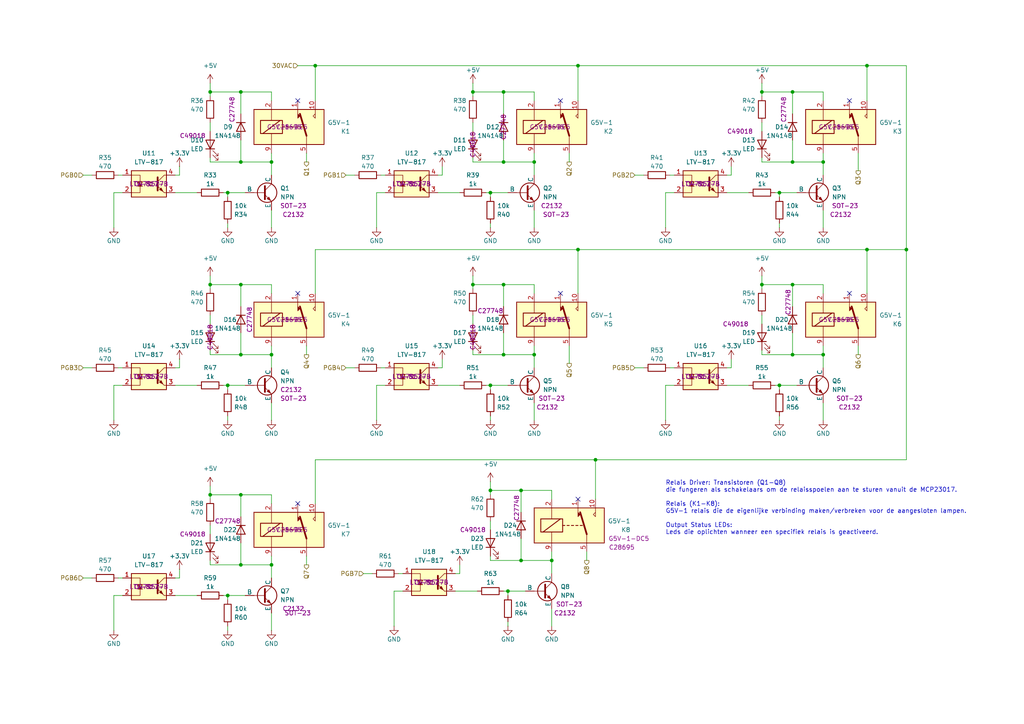
<source format=kicad_sch>
(kicad_sch (version 20250114) (generator "eeschema") (generator_version "9.0")
  (paper "A4")
  (lib_symbols
    (symbol "Device:LED" (pin_numbers (hide yes)) (pin_names (offset 1.016) (hide yes))
      (property "Reference" "D" (at 0 2.54 0))
      (property "Value" "LED" (at 0 -2.54 0))
      (symbol "LED_1_1"
        (pin passive line (at -3.81 0 0) (length 2.54) (name "K") (number "1"))
        (pin passive line (at 3.81 0 180) (length 2.54) (name "A") (number "2"))
      )
    )
    (symbol "Device:R" (pin_numbers (hide yes)) (pin_names (offset 0))
      (property "Reference" "R" (at 2.032 0 90))
      (property "Value" "R" (at 0 0 90))
      (symbol "R_1_1"
        (pin passive line (at 0 3.81 270) (length 1.27) (name "~") (number "1"))
        (pin passive line (at 0 -3.81 90) (length 1.27) (name "~") (number "2"))
      )
    )
    (symbol "Diode:1N4148WT" (pin_numbers (hide yes)) (pin_names (hide yes))
      (property "Reference" "D" (at 0 2.54 0))
      (property "Value" "1N4148WT" (at 0 -2.54 0))
      (symbol "1N4148WT_1_1"
        (pin passive line (at -3.81 0 0) (length 2.54) (name "K") (number "1"))
        (pin passive line (at 3.81 0 180) (length 2.54) (name "A") (number "2"))
      )
    )
    (symbol "Isolator:LTV-817" (pin_names (offset 1.016))
      (property "Reference" "U" (at -5.08 5.08 0))
      (property "Value" "LTV-817" (at 0 5.08 0))
      (symbol "LTV-817_1_1"
        (pin passive line (at -7.62 2.54 0) (length 2.54) (name "~") (number "1"))
        (pin passive line (at -7.62 -2.54 0) (length 2.54) (name "~") (number "2"))
        (pin passive line (at 7.62 2.54 180) (length 2.54) (name "~") (number "4"))
        (pin passive line (at 7.62 -2.54 180) (length 2.54) (name "~") (number "3"))
      )
    )
    (symbol "NPN_1" (pin_numbers (hide yes)) (pin_names (offset 0))
      (property "Reference" "Q1" (at 5.08 1.2701 0))
      (property "Value" "NPN" (at 5.08 -1.2699 0))
      (property "JLCPCB" "C2132" (at 8.89 -6.35 0))
      (property "MPN" "SOT-23" (at 8.89 -3.81 0))
      (symbol "NPN_1_1_1"
        (pin input line (at -5.08 0 0) (length 2.54) (name "B") (number "1"))
        (pin open_collector line (at 2.54 5.08 270) (length 2.54) (name "C") (number "3"))
        (pin open_emitter line (at 2.54 -5.08 90) (length 2.54) (name "E") (number "2"))
      )
    )
    (symbol "NPN_2" (pin_numbers (hide yes)) (pin_names (offset 0))
      (property "Reference" "Q2" (at 5.08 1.2701 0))
      (property "Value" "NPN" (at 5.08 -1.2699 0))
      (property "JLCPCB" "C2132" (at 7.62 -3.81 0))
      (property "MPN" "SOT-23" (at 8.89 -6.35 0))
      (symbol "NPN_2_1_1"
        (pin input line (at -5.08 0 0) (length 2.54) (name "B") (number "1"))
        (pin open_collector line (at 2.54 5.08 270) (length 2.54) (name "C") (number "3"))
        (pin open_emitter line (at 2.54 -5.08 90) (length 2.54) (name "E") (number "2"))
      )
    )
    (symbol "NPN_3" (pin_numbers (hide yes)) (pin_names (offset 0))
      (property "Reference" "Q3" (at 5.08 1.2701 0))
      (property "Value" "NPN" (at 5.08 -1.2699 0))
      (property "JLCPCB" "C2132" (at 7.62 -6.35 0))
      (property "MPN" "SOT-23" (at 8.89 -3.81 0))
      (symbol "NPN_3_1_1"
        (pin input line (at -5.08 0 0) (length 2.54) (name "B") (number "1"))
        (pin open_collector line (at 2.54 5.08 270) (length 2.54) (name "C") (number "3"))
        (pin open_emitter line (at 2.54 -5.08 90) (length 2.54) (name "E") (number "2"))
      )
    )
    (symbol "NPN_4" (pin_numbers (hide yes)) (pin_names (offset 0))
      (property "Reference" "Q4" (at 5.08 3.8101 0))
      (property "Value" "NPN" (at 5.08 1.2701 0))
      (property "JLCPCB" "C2132" (at 5.08 -1.2699 0))
      (property "MPN" "SOT-23" (at 5.08 -3.8099 0))
      (symbol "NPN_4_1_1"
        (pin input line (at -5.08 0 0) (length 2.54) (name "B") (number "1"))
        (pin open_collector line (at 2.54 5.08 270) (length 2.54) (name "C") (number "3"))
        (pin open_emitter line (at 2.54 -5.08 90) (length 2.54) (name "E") (number "2"))
      )
    )
    (symbol "NPN_5" (pin_numbers (hide yes)) (pin_names (offset 0))
      (property "Reference" "Q5" (at 5.08 1.2701 0))
      (property "Value" "NPN" (at 5.08 -1.2699 0))
      (property "JLCPCB" "C2132" (at 6.35 -6.35 0))
      (property "MPN" "SOT-23" (at 7.62 -3.81 0))
      (symbol "NPN_5_1_1"
        (pin input line (at -5.08 0 0) (length 2.54) (name "B") (number "1"))
        (pin open_collector line (at 2.54 5.08 270) (length 2.54) (name "C") (number "3"))
        (pin open_emitter line (at 2.54 -5.08 90) (length 2.54) (name "E") (number "2"))
      )
    )
    (symbol "NPN_6" (pin_numbers (hide yes)) (pin_names (offset 0))
      (property "Reference" "Q6" (at 5.08 1.2701 0))
      (property "Value" "NPN" (at 5.08 -1.2699 0))
      (property "JLCPCB" "C2132" (at 10.16 -6.35 0))
      (property "MPN" "SOT-23" (at 10.16 -3.81 0))
      (symbol "NPN_6_1_1"
        (pin input line (at -5.08 0 0) (length 2.54) (name "B") (number "1"))
        (pin open_collector line (at 2.54 5.08 270) (length 2.54) (name "C") (number "3"))
        (pin open_emitter line (at 2.54 -5.08 90) (length 2.54) (name "E") (number "2"))
      )
    )
    (symbol "NPN_7" (pin_numbers (hide yes)) (pin_names (offset 0))
      (property "Reference" "Q7" (at 5.08 1.2701 0))
      (property "Value" "NPN" (at 5.08 -1.2699 0))
      (property "JLCPCB" "C2132" (at 8.89 -3.81 0))
      (property "MPN" "SOT-23" (at 10.16 -5.08 0))
      (symbol "NPN_7_1_1"
        (pin input line (at -5.08 0 0) (length 2.54) (name "B") (number "1"))
        (pin open_collector line (at 2.54 5.08 270) (length 2.54) (name "C") (number "3"))
        (pin open_emitter line (at 2.54 -5.08 90) (length 2.54) (name "E") (number "2"))
      )
    )
    (symbol "Relay:G5V-1"
      (property "Reference" "K" (at 11.43 3.81 0))
      (property "Value" "G5V-1" (at 11.43 1.27 0))
      (symbol "G5V-1_1_1"
        (pin passive line (at -5.08 7.62 270) (length 2.54) (name "~") (number "2"))
        (pin passive line (at -5.08 -7.62 90) (length 2.54) (name "~") (number "9"))
        (pin passive line (at 2.54 7.62 270) (length 2.54) (name "~") (number "1"))
        (pin passive line (at 5.08 -7.62 90) (length 2.54) (name "~") (number "5"))
        (pin passive line (at 5.08 -7.62 90) (length 2.54) (hide yes) (name "~") (number "6"))
        (pin passive line (at 7.62 7.62 270) (length 2.54) (name "~") (number "10"))
      )
    )
    (symbol "Simulation_SPICE:NPN" (pin_numbers (hide yes)) (pin_names (offset 0))
      (property "Reference" "Q8" (at 5.08 1.2701 0))
      (property "Value" "NPN" (at 5.08 -1.2699 0))
      (property "JLCPCB" "C2132" (at 6.35 -6.35 0))
      (property "MPN" "SOT-23" (at 7.62 -3.81 0))
      (symbol "NPN_1_1"
        (pin input line (at -5.08 0 0) (length 2.54) (name "B") (number "1"))
        (pin open_collector line (at 2.54 5.08 270) (length 2.54) (name "C") (number "3"))
        (pin open_emitter line (at 2.54 -5.08 90) (length 2.54) (name "E") (number "2"))
      )
    )
    (symbol "power:+3.3V" (power) (pin_numbers (hide yes)) (pin_names (offset 0) (hide yes))
      (property "Value" "+3.3V" (at 0 3.556 0))
      (symbol "+3.3V_1_1"
        (pin power_in line (at 0 0 90) (length 0) (name "~") (number "1"))
      )
    )
    (symbol "power:+5V" (power) (pin_numbers (hide yes)) (pin_names (offset 0) (hide yes))
      (property "Value" "+5V" (at 0 3.556 0))
      (symbol "+5V_1_1"
        (pin power_in line (at 0 0 90) (length 0) (name "~") (number "1"))
      )
    )
    (symbol "power:GND" (power) (pin_numbers (hide yes)) (pin_names (offset 0) (hide yes))
      (property "Value" "GND" (at 0 -3.81 0))
      (symbol "GND_1_1"
        (pin power_in line (at 0 0 270) (length 0) (name "~") (number "1"))
      )
    )
  )
  (text "Relais Driver: Transistoren (Q1-Q8) \ndie fungeren als schakelaars om de relaisspoelen aan te sturen vanuit de MCP23017.\n\nRelais (K1-K8): \nG5V-1 relais die de eigenlijke verbinding maken/verbreken voor de aangesloten lampen.\n\nOutput Status LEDs: \nLeds die oplichten wanneer een specifiek relais is geactiveerd." (at 193.04 147.32 0) (effects (font (size 1.27 1.27)) (justify left)))
  (junction (at 172.72 133.35))
  (junction (at 167.64 19.05))
  (junction (at 78.74 102.87))
  (junction (at 151.13 162.56))
  (junction (at 160.02 162.56))
  (junction (at 238.76 102.87))
  (junction (at 147.32 171.45))
  (junction (at 146.05 26.67))
  (junction (at 220.98 26.67))
  (junction (at 142.24 111.76))
  (junction (at 60.96 26.67))
  (junction (at 137.16 26.67))
  (junction (at 220.98 82.55))
  (junction (at 146.05 102.87))
  (junction (at 69.85 26.67))
  (junction (at 226.06 111.76))
  (junction (at 69.85 163.83))
  (junction (at 251.46 72.39))
  (junction (at 238.76 46.99))
  (junction (at 146.05 46.99))
  (junction (at 137.16 82.55))
  (junction (at 60.96 143.51))
  (junction (at 229.87 26.67))
  (junction (at 142.24 142.24))
  (junction (at 154.94 102.87))
  (junction (at 229.87 82.55))
  (junction (at 229.87 102.87))
  (junction (at 69.85 46.99))
  (junction (at 251.46 19.05))
  (junction (at 60.96 82.55))
  (junction (at 154.94 46.99))
  (junction (at 91.44 19.05))
  (junction (at 78.74 163.83))
  (junction (at 69.85 102.87))
  (junction (at 151.13 142.24))
  (junction (at 69.85 82.55))
  (junction (at 66.04 111.76))
  (junction (at 262.89 72.39))
  (junction (at 69.85 143.51))
  (junction (at 167.64 72.39))
  (junction (at 66.04 172.72))
  (junction (at 226.06 55.88))
  (junction (at 66.04 55.88))
  (junction (at 78.74 46.99))
  (junction (at 229.87 46.99))
  (junction (at 146.05 82.55))
  (junction (at 142.24 55.88))
  (no_connect (at 246.38 29.21))
  (no_connect (at 167.64 144.78))
  (no_connect (at 86.36 146.05))
  (no_connect (at 162.56 29.21))
  (no_connect (at 86.36 29.21))
  (no_connect (at 86.36 85.09))
  (no_connect (at 246.38 85.09))
  (no_connect (at 162.56 85.09))
  (wire (pts (xy 33.02 172.72) (xy 33.02 182.88)))
  (wire (pts (xy 64.77 172.72) (xy 66.04 172.72)))
  (wire (pts (xy 24.13 167.64) (xy 26.67 167.64)))
  (wire (pts (xy 142.24 111.76) (xy 147.32 111.76)))
  (wire (pts (xy 109.22 55.88) (xy 111.76 55.88)))
  (wire (pts (xy 142.24 153.67) (xy 142.24 151.13)))
  (wire (pts (xy 128.27 104.14) (xy 128.27 106.68)))
  (wire (pts (xy 140.97 55.88) (xy 142.24 55.88)))
  (wire (pts (xy 137.16 102.87) (xy 146.05 102.87)))
  (wire (pts (xy 69.85 102.87) (xy 69.85 96.52)))
  (wire (pts (xy 52.07 106.68) (xy 50.8 106.68)))
  (wire (pts (xy 127 55.88) (xy 133.35 55.88)))
  (wire (pts (xy 238.76 100.33) (xy 238.76 102.87)))
  (wire (pts (xy 60.96 24.13) (xy 60.96 26.67)))
  (wire (pts (xy 142.24 139.7) (xy 142.24 142.24)))
  (wire (pts (xy 110.49 50.8) (xy 111.76 50.8)))
  (wire (pts (xy 69.85 46.99) (xy 69.85 40.64)))
  (wire (pts (xy 193.04 55.88) (xy 193.04 66.04)))
  (wire (pts (xy 238.76 46.99) (xy 238.76 50.8)))
  (wire (pts (xy 146.05 82.55) (xy 154.94 82.55)))
  (wire (pts (xy 194.31 106.68) (xy 195.58 106.68)))
  (wire (pts (xy 226.06 64.77) (xy 226.06 66.04)))
  (wire (pts (xy 69.85 82.55) (xy 78.74 82.55)))
  (wire (pts (xy 229.87 26.67) (xy 238.76 26.67)))
  (wire (pts (xy 194.31 50.8) (xy 195.58 50.8)))
  (wire (pts (xy 69.85 26.67) (xy 69.85 33.02)))
  (wire (pts (xy 109.22 111.76) (xy 109.22 121.92)))
  (wire (pts (xy 60.96 26.67) (xy 69.85 26.67)))
  (wire (pts (xy 154.94 116.84) (xy 154.94 121.92)))
  (wire (pts (xy 226.06 111.76) (xy 231.14 111.76)))
  (wire (pts (xy 146.05 102.87) (xy 146.05 96.52)))
  (wire (pts (xy 60.96 163.83) (xy 69.85 163.83)))
  (wire (pts (xy 160.02 176.53) (xy 160.02 181.61)))
  (wire (pts (xy 78.74 161.29) (xy 78.74 163.83)))
  (wire (pts (xy 220.98 46.99) (xy 229.87 46.99)))
  (wire (pts (xy 165.1 44.45) (xy 165.1 46.99)))
  (wire (pts (xy 24.13 50.8) (xy 26.67 50.8)))
  (wire (pts (xy 91.44 133.35) (xy 91.44 146.05)))
  (wire (pts (xy 224.79 55.88) (xy 226.06 55.88)))
  (wire (pts (xy 220.98 102.87) (xy 229.87 102.87)))
  (wire (pts (xy 238.76 102.87) (xy 238.76 106.68)))
  (wire (pts (xy 226.06 120.65) (xy 226.06 121.92)))
  (wire (pts (xy 78.74 44.45) (xy 78.74 46.99)))
  (wire (pts (xy 78.74 60.96) (xy 78.74 66.04)))
  (wire (pts (xy 262.89 72.39) (xy 262.89 19.05)))
  (wire (pts (xy 146.05 46.99) (xy 146.05 40.64)))
  (wire (pts (xy 60.96 143.51) (xy 60.96 144.78)))
  (wire (pts (xy 154.94 102.87) (xy 146.05 102.87)))
  (wire (pts (xy 193.04 55.88) (xy 195.58 55.88)))
  (wire (pts (xy 137.16 38.1) (xy 137.16 35.56)))
  (wire (pts (xy 147.32 180.34) (xy 147.32 181.61)))
  (wire (pts (xy 88.9 100.33) (xy 88.9 102.87)))
  (wire (pts (xy 78.74 100.33) (xy 78.74 102.87)))
  (wire (pts (xy 142.24 142.24) (xy 151.13 142.24)))
  (wire (pts (xy 154.94 44.45) (xy 154.94 46.99)))
  (wire (pts (xy 248.92 44.45) (xy 248.92 49.53)))
  (wire (pts (xy 212.09 50.8) (xy 210.82 50.8)))
  (wire (pts (xy 91.44 133.35) (xy 172.72 133.35)))
  (wire (pts (xy 154.94 102.87) (xy 154.94 106.68)))
  (wire (pts (xy 212.09 48.26) (xy 212.09 50.8)))
  (wire (pts (xy 160.02 160.02) (xy 160.02 162.56)))
  (wire (pts (xy 212.09 106.68) (xy 210.82 106.68)))
  (wire (pts (xy 220.98 101.6) (xy 220.98 102.87)))
  (wire (pts (xy 151.13 142.24) (xy 151.13 148.59)))
  (wire (pts (xy 33.02 55.88) (xy 33.02 66.04)))
  (wire (pts (xy 160.02 162.56) (xy 160.02 166.37)))
  (wire (pts (xy 137.16 26.67) (xy 137.16 27.94)))
  (wire (pts (xy 34.29 167.64) (xy 35.56 167.64)))
  (wire (pts (xy 64.77 111.76) (xy 66.04 111.76)))
  (wire (pts (xy 154.94 100.33) (xy 154.94 102.87)))
  (wire (pts (xy 69.85 163.83) (xy 69.85 157.48)))
  (wire (pts (xy 78.74 163.83) (xy 78.74 167.64)))
  (wire (pts (xy 142.24 64.77) (xy 142.24 66.04)))
  (wire (pts (xy 133.35 163.83) (xy 133.35 166.37)))
  (wire (pts (xy 146.05 26.67) (xy 146.05 33.02)))
  (wire (pts (xy 262.89 72.39) (xy 251.46 72.39)))
  (wire (pts (xy 160.02 162.56) (xy 151.13 162.56)))
  (wire (pts (xy 238.76 46.99) (xy 229.87 46.99)))
  (wire (pts (xy 142.24 55.88) (xy 147.32 55.88)))
  (wire (pts (xy 33.02 111.76) (xy 33.02 121.92)))
  (wire (pts (xy 229.87 82.55) (xy 238.76 82.55)))
  (wire (pts (xy 69.85 143.51) (xy 69.85 149.86)))
  (wire (pts (xy 154.94 82.55) (xy 154.94 85.09)))
  (wire (pts (xy 212.09 104.14) (xy 212.09 106.68)))
  (wire (pts (xy 110.49 106.68) (xy 111.76 106.68)))
  (wire (pts (xy 78.74 143.51) (xy 78.74 146.05)))
  (wire (pts (xy 60.96 46.99) (xy 69.85 46.99)))
  (wire (pts (xy 114.3 171.45) (xy 116.84 171.45)))
  (wire (pts (xy 238.76 102.87) (xy 229.87 102.87)))
  (wire (pts (xy 137.16 24.13) (xy 137.16 26.67)))
  (wire (pts (xy 142.24 161.29) (xy 142.24 162.56)))
  (wire (pts (xy 146.05 26.67) (xy 154.94 26.67)))
  (wire (pts (xy 137.16 82.55) (xy 137.16 83.82)))
  (wire (pts (xy 154.94 46.99) (xy 154.94 50.8)))
  (wire (pts (xy 262.89 133.35) (xy 262.89 72.39)))
  (wire (pts (xy 184.15 106.68) (xy 186.69 106.68)))
  (wire (pts (xy 69.85 143.51) (xy 78.74 143.51)))
  (wire (pts (xy 52.07 104.14) (xy 52.07 106.68)))
  (wire (pts (xy 60.96 82.55) (xy 69.85 82.55)))
  (wire (pts (xy 154.94 60.96) (xy 154.94 66.04)))
  (wire (pts (xy 91.44 19.05) (xy 91.44 29.21)))
  (wire (pts (xy 69.85 82.55) (xy 69.85 88.9)))
  (wire (pts (xy 100.33 106.68) (xy 102.87 106.68)))
  (wire (pts (xy 69.85 26.67) (xy 78.74 26.67)))
  (wire (pts (xy 172.72 133.35) (xy 262.89 133.35)))
  (wire (pts (xy 220.98 45.72) (xy 220.98 46.99)))
  (wire (pts (xy 66.04 181.61) (xy 66.04 182.88)))
  (wire (pts (xy 33.02 55.88) (xy 35.56 55.88)))
  (wire (pts (xy 60.96 101.6) (xy 60.96 102.87)))
  (wire (pts (xy 60.96 26.67) (xy 60.96 27.94)))
  (wire (pts (xy 142.24 142.24) (xy 142.24 143.51)))
  (wire (pts (xy 137.16 82.55) (xy 146.05 82.55)))
  (wire (pts (xy 226.06 111.76) (xy 226.06 113.03)))
  (wire (pts (xy 52.07 48.26) (xy 52.07 50.8)))
  (wire (pts (xy 142.24 111.76) (xy 142.24 113.03)))
  (wire (pts (xy 128.27 48.26) (xy 128.27 50.8)))
  (wire (pts (xy 147.32 171.45) (xy 147.32 172.72)))
  (wire (pts (xy 133.35 166.37) (xy 132.08 166.37)))
  (wire (pts (xy 105.41 166.37) (xy 107.95 166.37)))
  (wire (pts (xy 34.29 106.68) (xy 35.56 106.68)))
  (wire (pts (xy 66.04 120.65) (xy 66.04 121.92)))
  (wire (pts (xy 60.96 154.94) (xy 60.96 152.4)))
  (wire (pts (xy 60.96 45.72) (xy 60.96 46.99)))
  (wire (pts (xy 226.06 55.88) (xy 226.06 57.15)))
  (wire (pts (xy 248.92 100.33) (xy 248.92 102.87)))
  (wire (pts (xy 154.94 26.67) (xy 154.94 29.21)))
  (wire (pts (xy 229.87 102.87) (xy 229.87 96.52)))
  (wire (pts (xy 229.87 46.99) (xy 229.87 40.64)))
  (wire (pts (xy 147.32 171.45) (xy 152.4 171.45)))
  (wire (pts (xy 50.8 55.88) (xy 57.15 55.88)))
  (wire (pts (xy 91.44 72.39) (xy 167.64 72.39)))
  (wire (pts (xy 238.76 26.67) (xy 238.76 29.21)))
  (wire (pts (xy 137.16 26.67) (xy 146.05 26.67)))
  (wire (pts (xy 238.76 116.84) (xy 238.76 121.92)))
  (wire (pts (xy 170.18 160.02) (xy 170.18 162.56)))
  (wire (pts (xy 88.9 44.45) (xy 88.9 46.99)))
  (wire (pts (xy 226.06 55.88) (xy 231.14 55.88)))
  (wire (pts (xy 64.77 55.88) (xy 66.04 55.88)))
  (wire (pts (xy 128.27 106.68) (xy 127 106.68)))
  (wire (pts (xy 238.76 82.55) (xy 238.76 85.09)))
  (wire (pts (xy 137.16 45.72) (xy 137.16 46.99)))
  (wire (pts (xy 50.8 111.76) (xy 57.15 111.76)))
  (wire (pts (xy 114.3 171.45) (xy 114.3 181.61)))
  (wire (pts (xy 238.76 44.45) (xy 238.76 46.99)))
  (wire (pts (xy 167.64 19.05) (xy 251.46 19.05)))
  (wire (pts (xy 91.44 19.05) (xy 167.64 19.05)))
  (wire (pts (xy 33.02 111.76) (xy 35.56 111.76)))
  (wire (pts (xy 86.36 19.05) (xy 91.44 19.05)))
  (wire (pts (xy 238.76 60.96) (xy 238.76 66.04)))
  (wire (pts (xy 140.97 111.76) (xy 142.24 111.76)))
  (wire (pts (xy 78.74 163.83) (xy 69.85 163.83)))
  (wire (pts (xy 146.05 82.55) (xy 146.05 88.9)))
  (wire (pts (xy 91.44 72.39) (xy 91.44 85.09)))
  (wire (pts (xy 224.79 111.76) (xy 226.06 111.76)))
  (wire (pts (xy 160.02 142.24) (xy 160.02 144.78)))
  (wire (pts (xy 184.15 50.8) (xy 186.69 50.8)))
  (wire (pts (xy 24.13 106.68) (xy 26.67 106.68)))
  (wire (pts (xy 66.04 172.72) (xy 71.12 172.72)))
  (wire (pts (xy 60.96 162.56) (xy 60.96 163.83)))
  (wire (pts (xy 137.16 80.01) (xy 137.16 82.55)))
  (wire (pts (xy 167.64 19.05) (xy 167.64 29.21)))
  (wire (pts (xy 78.74 46.99) (xy 78.74 50.8)))
  (wire (pts (xy 193.04 111.76) (xy 193.04 121.92)))
  (wire (pts (xy 220.98 82.55) (xy 229.87 82.55)))
  (wire (pts (xy 69.85 102.87) (xy 78.74 102.87)))
  (wire (pts (xy 220.98 38.1) (xy 220.98 35.56)))
  (wire (pts (xy 251.46 72.39) (xy 167.64 72.39)))
  (wire (pts (xy 60.96 93.98) (xy 60.96 91.44)))
  (wire (pts (xy 66.04 64.77) (xy 66.04 66.04)))
  (wire (pts (xy 146.05 171.45) (xy 147.32 171.45)))
  (wire (pts (xy 142.24 120.65) (xy 142.24 121.92)))
  (wire (pts (xy 210.82 55.88) (xy 217.17 55.88)))
  (wire (pts (xy 52.07 165.1) (xy 52.07 167.64)))
  (wire (pts (xy 220.98 26.67) (xy 220.98 27.94)))
  (wire (pts (xy 210.82 111.76) (xy 217.17 111.76)))
  (wire (pts (xy 34.29 50.8) (xy 35.56 50.8)))
  (wire (pts (xy 60.96 140.97) (xy 60.96 143.51)))
  (wire (pts (xy 154.94 46.99) (xy 146.05 46.99)))
  (wire (pts (xy 60.96 82.55) (xy 60.96 83.82)))
  (wire (pts (xy 193.04 111.76) (xy 195.58 111.76)))
  (wire (pts (xy 78.74 177.8) (xy 78.74 182.88)))
  (wire (pts (xy 60.96 80.01) (xy 60.96 82.55)))
  (wire (pts (xy 78.74 116.84) (xy 78.74 121.92)))
  (wire (pts (xy 100.33 50.8) (xy 102.87 50.8)))
  (wire (pts (xy 78.74 46.99) (xy 69.85 46.99)))
  (wire (pts (xy 66.04 55.88) (xy 66.04 57.15)))
  (wire (pts (xy 66.04 172.72) (xy 66.04 173.99)))
  (wire (pts (xy 60.96 38.1) (xy 60.96 35.56)))
  (wire (pts (xy 109.22 55.88) (xy 109.22 66.04)))
  (wire (pts (xy 52.07 50.8) (xy 50.8 50.8)))
  (wire (pts (xy 88.9 161.29) (xy 88.9 163.83)))
  (wire (pts (xy 137.16 101.6) (xy 137.16 102.87)))
  (wire (pts (xy 50.8 172.72) (xy 57.15 172.72)))
  (wire (pts (xy 60.96 143.51) (xy 69.85 143.51)))
  (wire (pts (xy 251.46 19.05) (xy 251.46 29.21)))
  (wire (pts (xy 220.98 93.98) (xy 220.98 91.44)))
  (wire (pts (xy 78.74 82.55) (xy 78.74 85.09)))
  (wire (pts (xy 262.89 19.05) (xy 251.46 19.05)))
  (wire (pts (xy 220.98 24.13) (xy 220.98 26.67)))
  (wire (pts (xy 142.24 55.88) (xy 142.24 57.15)))
  (wire (pts (xy 127 111.76) (xy 133.35 111.76)))
  (wire (pts (xy 109.22 111.76) (xy 111.76 111.76)))
  (wire (pts (xy 165.1 100.33) (xy 165.1 105.41)))
  (wire (pts (xy 78.74 102.87) (xy 78.74 106.68)))
  (wire (pts (xy 132.08 171.45) (xy 138.43 171.45)))
  (wire (pts (xy 167.64 72.39) (xy 167.64 85.09)))
  (wire (pts (xy 78.74 26.67) (xy 78.74 29.21)))
  (wire (pts (xy 52.07 167.64) (xy 50.8 167.64)))
  (wire (pts (xy 151.13 142.24) (xy 160.02 142.24)))
  (wire (pts (xy 220.98 82.55) (xy 220.98 83.82)))
  (wire (pts (xy 172.72 133.35) (xy 172.72 144.78)))
  (wire (pts (xy 66.04 111.76) (xy 66.04 113.03)))
  (wire (pts (xy 220.98 26.67) (xy 229.87 26.67)))
  (wire (pts (xy 66.04 111.76) (xy 71.12 111.76)))
  (wire (pts (xy 115.57 166.37) (xy 116.84 166.37)))
  (wire (pts (xy 66.04 55.88) (xy 71.12 55.88)))
  (wire (pts (xy 137.16 93.98) (xy 137.16 91.44)))
  (wire (pts (xy 137.16 46.99) (xy 146.05 46.99)))
  (wire (pts (xy 142.24 162.56) (xy 151.13 162.56)))
  (wire (pts (xy 128.27 50.8) (xy 127 50.8)))
  (wire (pts (xy 220.98 80.01) (xy 220.98 82.55)))
  (wire (pts (xy 60.96 102.87) (xy 69.85 102.87)))
  (wire (pts (xy 33.02 172.72) (xy 35.56 172.72)))
  (wire (pts (xy 229.87 26.67) (xy 229.87 33.02)))
  (wire (pts (xy 151.13 162.56) (xy 151.13 156.21)))
  (wire (pts (xy 251.46 72.39) (xy 251.46 85.09)))
  (wire (pts (xy 229.87 82.55) (xy 229.87 88.9)))
  (hierarchical_label "Q7" (shape output) (at 88.9 163.83 270))
  (hierarchical_label "PGB4" (shape input) (at 100.33 106.68 180))
  (hierarchical_label "Q2" (shape output) (at 165.1 46.99 270))
  (hierarchical_label "Q4" (shape output) (at 88.9 102.87 270))
  (hierarchical_label "Q6" (shape output) (at 248.92 102.87 270))
  (hierarchical_label "PGB0" (shape input) (at 24.13 50.8 180))
  (hierarchical_label "30VAC" (shape input) (at 86.36 19.05 180))
  (hierarchical_label "Q8" (shape output) (at 170.18 162.56 270))
  (hierarchical_label "PGB1" (shape input) (at 100.33 50.8 180))
  (hierarchical_label "Q3" (shape output) (at 248.92 49.53 270))
  (hierarchical_label "PGB6" (shape input) (at 24.13 167.64 180))
  (hierarchical_label "Q5" (shape output) (at 165.1 105.41 270))
  (hierarchical_label "PGB7" (shape input) (at 105.41 166.37 180))
  (hierarchical_label "PGB3" (shape input) (at 24.13 106.68 180))
  (hierarchical_label "Q1" (shape output) (at 88.9 46.99 270))
  (hierarchical_label "PGB2" (shape input) (at 184.15 50.8 180))
  (hierarchical_label "PGB5" (shape input) (at 184.15 106.68 180))
  (symbol (lib_id "power:GND") (at 114.3 181.61 0) (unit 1)
    (property "Reference" "#PWR063" (effects (hide yes)))
    (property "Value" "GND" (at 114.3 185.42 0))
    (property "Description" "Power symbol creates a global label with name \"GND\" , ground" (effects (hide yes)))
  )
  (symbol (lib_id "Device:R") (at 220.98 55.88 90) (unit 1)
    (property "Reference" "R43" (at 220.98 50.8 90))
    (property "Value" "1k" (at 220.98 53.34 90))
    (property "Footprint" "Resistor_SMD:R_0603_1608Metric" (effects (hide yes)))
  )
  (symbol (lib_id "power:GND") (at 66.04 66.04 0) (unit 1)
    (property "Reference" "#PWR03" (effects (hide yes)))
    (property "Value" "GND" (at 66.04 69.85 0))
    (property "Description" "Power symbol creates a global label with name \"GND\" , ground" (effects (hide yes)))
  )
  (symbol (lib_id "power:+3.3V") (at 52.07 104.14 0) (unit 1)
    (property "Reference" "#PWR089" (effects (hide yes)))
    (property "Value" "+3.3V" (at 52.07 100.33 0))
    (property "Description" "Power symbol creates a global label with name \"+3.3V\"" (effects (hide yes)))
  )
  (symbol (lib_id "Isolator:LTV-817") (at 43.18 53.34 0) (unit 1)
    (property "Reference" "U11" (at 43.18 44.45 0))
    (property "Value" "LTV-817" (at 43.18 46.99 0))
    (property "Footprint" "Package_DIP:DIP-4_W7.62mm" (effects (hide yes)))
    (property "Datasheet" "https://www.lcsc.com/datasheet/C479627.pdf" (effects (hide yes)))
    (property "Description" "OPTOISOLATOR 5kV 1CH TRANS DIP-4" (effects (hide yes)))
    (property "JLCPCB" "C479627" (at 43.18 53.34 0))
    (property "MPN" "LTV-817-B" (at 43.18 53.34 0))
  )
  (symbol (lib_id "Device:R") (at 60.96 148.59 0) (unit 1)
    (property "Reference" "R58" (at 57.15 146.05 0))
    (property "Value" "470" (at 57.15 148.59 0))
    (property "Footprint" "Resistor_SMD:R_0603_1608Metric" (effects (hide yes)))
  )
  (symbol (lib_name "NPN_1") (lib_id "Simulation_SPICE:NPN") (at 76.2 55.88 0) (unit 1)
    (property "Reference" "Q1" (at 81.28 54.6099 0) (effects (justify left)))
    (property "Value" "NPN" (at 81.28 57.1499 0) (effects (justify left)))
    (property "Footprint" "Package_TO_SOT_SMD:SOT-23" (effects (hide yes)))
    (property "Datasheet" "https://jlcpcb.com/api/file/downloadByFileSystemAccessId/8579710422607314944" (effects (hide yes)))
    (property "Description" "-55℃~+150℃ 1 PNP 100mA 100nA 180MHz 200mW 300mV 50V 5V 90 PNP SOT-23 Bipolar (BJT) ROHS" (effects (hide yes)))
    (property "Sim.Device" "NPN" (effects (hide yes)))
    (property "Sim.Type" "GUMMELPOON" (effects (hide yes)))
    (property "Sim.Pins" "1=B 2=E 3=C" (effects (hide yes)))
    (property "JLCPCB" "C2132" (at 85.09 62.23 0))
    (property "MPN" "SOT-23" (at 85.09 59.69 0))
  )
  (symbol (lib_id "power:GND") (at 147.32 181.61 0) (unit 1)
    (property "Reference" "#PWR066" (effects (hide yes)))
    (property "Value" "GND" (at 147.32 185.42 0))
    (property "Description" "Power symbol creates a global label with name \"GND\" , ground" (effects (hide yes)))
  )
  (symbol (lib_id "Relay:G5V-1") (at 243.84 36.83 0) (unit 1)
    (property "Reference" "K3" (at 261.62 38.1 0) (effects (justify right)))
    (property "Value" "G5V-1" (at 261.62 35.56 0) (effects (justify right)))
    (property "Footprint" "Relay_THT:Relay_SPDT_Omron_G5V-1" (effects (hide yes)))
    (property "Datasheet" "https://www.lcsc.com/datasheet/C28695.pdf" (effects (hide yes)))
    (property "Description" "Low Signal Relays - PCB ThruHole Hi-Sens SPDT 5DC 150mW Seal" (effects (hide yes)))
    (property "JLCPCB" "C28695" (at 243.84 36.83 0))
    (property "MPN" "G5V-1-DC5 " (at 243.84 36.83 0))
  )
  (symbol (lib_id "Device:R") (at 226.06 60.96 180) (unit 1)
    (property "Reference" "R44" (at 229.87 62.23 0))
    (property "Value" "10k" (at 229.87 59.69 0))
    (property "Footprint" "Resistor_SMD:R_0603_1608Metric" (effects (hide yes)))
  )
  (symbol (lib_id "Diode:1N4148WT") (at 146.05 92.71 270) (unit 1)
    (property "Reference" "D18" (at 140.97 92.71 90) (effects (justify left)))
    (property "Value" "1N4148" (at 138.43 95.25 90) (effects (justify left)))
    (property "Footprint" "Diode_SMD:D_SOD-523" (effects (hide yes)))
    (property "Sim.Device" "D" (effects (hide yes)))
    (property "Sim.Pins" "1=K 2=A" (effects (hide yes)))
    (property "JLCPCB" "C27748" (at 142.24 90.17 90))
  )
  (symbol (lib_id "Device:R") (at 142.24 60.96 180) (unit 1)
    (property "Reference" "R40" (at 146.05 62.23 0))
    (property "Value" "10k" (at 146.05 59.69 0))
    (property "Footprint" "Resistor_SMD:R_0603_1608Metric" (effects (hide yes)))
  )
  (symbol (lib_id "Device:R") (at 106.68 50.8 270) (unit 1)
    (property "Reference" "R37" (at 106.68 45.72 90))
    (property "Value" "470" (at 106.68 48.26 90))
    (property "Footprint" "Resistor_SMD:R_0603_1608Metric" (effects (hide yes)))
  )
  (symbol (lib_id "power:GND") (at 33.02 182.88 0) (unit 1)
    (property "Reference" "#PWR058" (effects (hide yes)))
    (property "Value" "GND" (at 33.02 186.69 0))
    (property "Description" "Power symbol creates a global label with name \"GND\" , ground" (effects (hide yes)))
  )
  (symbol (lib_id "Device:R") (at 30.48 167.64 270) (unit 1)
    (property "Reference" "R57" (at 30.48 162.56 90))
    (property "Value" "470" (at 30.48 165.1 90))
    (property "Footprint" "Resistor_SMD:R_0603_1608Metric" (effects (hide yes)))
  )
  (symbol (lib_name "NPN_6") (lib_id "Simulation_SPICE:NPN") (at 236.22 111.76 0) (unit 1)
    (property "Reference" "Q6" (at 241.3 110.4899 0) (effects (justify left)))
    (property "Value" "NPN" (at 241.3 113.0299 0) (effects (justify left)))
    (property "Footprint" "Package_TO_SOT_SMD:SOT-23" (effects (hide yes)))
    (property "Datasheet" "https://jlcpcb.com/api/file/downloadByFileSystemAccessId/8579710422607314944" (effects (hide yes)))
    (property "Description" "-55℃~+150℃ 1 PNP 100mA 100nA 180MHz 200mW 300mV 50V 5V 90 PNP SOT-23 Bipolar (BJT) ROHS" (effects (hide yes)))
    (property "Sim.Device" "NPN" (effects (hide yes)))
    (property "Sim.Type" "GUMMELPOON" (effects (hide yes)))
    (property "Sim.Pins" "1=B 2=E 3=C" (effects (hide yes)))
    (property "JLCPCB" "C2132" (at 246.38 118.11 0))
    (property "MPN" "SOT-23" (at 246.38 115.57 0))
  )
  (symbol (lib_id "Device:R") (at 60.96 111.76 90) (unit 1)
    (property "Reference" "R47" (at 60.96 106.68 90))
    (property "Value" "1k" (at 60.96 109.22 90))
    (property "Footprint" "Resistor_SMD:R_0603_1608Metric" (effects (hide yes)))
  )
  (symbol (lib_id "Device:LED") (at 60.96 97.79 90) (unit 1)
    (property "Reference" "D15" (at 57.15 96.52 90))
    (property "Value" "LED" (at 57.15 99.06 90))
    (property "Footprint" "LED_SMD:LED_0603_1608Metric" (effects (hide yes)))
    (property "Sim.Pins" "1=K 2=A" (effects (hide yes)))
    (property "JLCPCB" "C49018" (at 60.96 97.79 0))
  )
  (symbol (lib_id "Device:R") (at 147.32 176.53 180) (unit 1)
    (property "Reference" "R64" (at 151.13 177.8 0))
    (property "Value" "10k" (at 151.13 175.26 0))
    (property "Footprint" "Resistor_SMD:R_0603_1608Metric" (effects (hide yes)))
  )
  (symbol (lib_id "power:GND") (at 66.04 182.88 0) (unit 1)
    (property "Reference" "#PWR061" (effects (hide yes)))
    (property "Value" "GND" (at 66.04 186.69 0))
    (property "Description" "Power symbol creates a global label with name \"GND\" , ground" (effects (hide yes)))
  )
  (symbol (lib_id "Device:R") (at 137.16 31.75 0) (unit 1)
    (property "Reference" "R38" (at 133.35 29.21 0))
    (property "Value" "470" (at 133.35 31.75 0))
    (property "Footprint" "Resistor_SMD:R_0603_1608Metric" (effects (hide yes)))
  )
  (symbol (lib_id "Device:R") (at 220.98 87.63 0) (unit 1)
    (property "Reference" "R54" (at 217.17 85.09 0))
    (property "Value" "470" (at 217.17 87.63 0))
    (property "Footprint" "Resistor_SMD:R_0603_1608Metric" (effects (hide yes)))
  )
  (symbol (lib_id "Device:R") (at 111.76 166.37 270) (unit 1)
    (property "Reference" "R61" (at 111.76 161.29 90))
    (property "Value" "470" (at 111.76 163.83 90))
    (property "Footprint" "Resistor_SMD:R_0603_1608Metric" (effects (hide yes)))
  )
  (symbol (lib_id "Device:LED") (at 60.96 158.75 90) (unit 1)
    (property "Reference" "D21" (at 57.15 157.48 90))
    (property "Value" "LED" (at 57.15 160.02 90))
    (property "Footprint" "LED_SMD:LED_0603_1608Metric" (effects (hide yes)))
    (property "Sim.Pins" "1=K 2=A" (effects (hide yes)))
    (property "JLCPCB" "C49018" (at 55.88 154.94 90))
  )
  (symbol (lib_id "power:+5V") (at 60.96 140.97 0) (unit 1)
    (property "Reference" "#PWR098" (effects (hide yes)))
    (property "Value" "+5V" (at 60.96 135.89 0))
    (property "Description" "Power symbol creates a global label with name \"+5V\"" (effects (hide yes)))
  )
  (symbol (lib_id "power:+3.3V") (at 128.27 48.26 0) (unit 1)
    (property "Reference" "#PWR085" (effects (hide yes)))
    (property "Value" "+3.3V" (at 128.27 44.45 0))
    (property "Description" "Power symbol creates a global label with name \"+3.3V\"" (effects (hide yes)))
  )
  (symbol (lib_id "power:GND") (at 226.06 121.92 0) (unit 1)
    (property "Reference" "#PWR056" (effects (hide yes)))
    (property "Value" "GND" (at 226.06 125.73 0))
    (property "Description" "Power symbol creates a global label with name \"GND\" , ground" (effects (hide yes)))
  )
  (symbol (lib_id "power:GND") (at 78.74 66.04 0) (unit 1)
    (property "Reference" "#PWR02" (effects (hide yes)))
    (property "Value" "GND" (at 78.74 69.85 0))
    (property "Description" "Power symbol creates a global label with name \"GND\" , ground" (effects (hide yes)))
  )
  (symbol (lib_id "Device:R") (at 220.98 31.75 0) (unit 1)
    (property "Reference" "R42" (at 217.17 29.21 0))
    (property "Value" "470" (at 217.17 31.75 0))
    (property "Footprint" "Resistor_SMD:R_0603_1608Metric" (effects (hide yes)))
  )
  (symbol (lib_id "power:+5V") (at 60.96 80.01 0) (unit 1)
    (property "Reference" "#PWR090" (effects (hide yes)))
    (property "Value" "+5V" (at 60.96 74.93 0))
    (property "Description" "Power symbol creates a global label with name \"+5V\"" (effects (hide yes)))
  )
  (symbol (lib_id "Isolator:LTV-817") (at 203.2 53.34 0) (unit 1)
    (property "Reference" "U13" (at 203.2 44.45 0))
    (property "Value" "LTV-817" (at 203.2 46.99 0))
    (property "Footprint" "Package_DIP:DIP-4_W7.62mm" (effects (hide yes)))
    (property "Datasheet" "https://www.lcsc.com/datasheet/C479627.pdf" (effects (hide yes)))
    (property "Description" "OPTOISOLATOR 5kV 1CH TRANS DIP-4" (effects (hide yes)))
    (property "JLCPCB" "C479627" (at 203.2 53.34 0))
    (property "MPN" "LTV-817-B" (at 203.2 53.34 0))
  )
  (symbol (lib_id "Device:R") (at 66.04 116.84 180) (unit 1)
    (property "Reference" "R48" (at 69.85 118.11 0))
    (property "Value" "10k" (at 69.85 115.57 0))
    (property "Footprint" "Resistor_SMD:R_0603_1608Metric" (effects (hide yes)))
  )
  (symbol (lib_id "Device:R") (at 60.96 55.88 90) (unit 1)
    (property "Reference" "R33" (at 60.96 50.8 90))
    (property "Value" "1k" (at 60.96 53.34 90))
    (property "Footprint" "Resistor_SMD:R_0603_1608Metric" (effects (hide yes)))
  )
  (symbol (lib_id "Device:LED") (at 220.98 97.79 90) (unit 1)
    (property "Reference" "D19" (at 217.17 96.52 90))
    (property "Value" "LED" (at 217.17 99.06 90))
    (property "Footprint" "LED_SMD:LED_0603_1608Metric" (effects (hide yes)))
    (property "Sim.Pins" "1=K 2=A" (effects (hide yes)))
    (property "JLCPCB" "C49018" (at 213.36 93.98 90))
  )
  (symbol (lib_id "Device:R") (at 137.16 87.63 0) (unit 1)
    (property "Reference" "R50" (at 133.35 85.09 0))
    (property "Value" "470" (at 133.35 87.63 0))
    (property "Footprint" "Resistor_SMD:R_0603_1608Metric" (effects (hide yes)))
  )
  (symbol (lib_id "Isolator:LTV-817") (at 119.38 53.34 0) (unit 1)
    (property "Reference" "U12" (at 119.38 44.45 0))
    (property "Value" "LTV-817" (at 119.38 46.99 0))
    (property "Footprint" "Package_DIP:DIP-4_W7.62mm" (effects (hide yes)))
    (property "Datasheet" "https://www.lcsc.com/datasheet/C479627.pdf" (effects (hide yes)))
    (property "Description" "OPTOISOLATOR 5kV 1CH TRANS DIP-4" (effects (hide yes)))
    (property "JLCPCB" "C479627" (at 119.38 53.34 0))
    (property "MPN" "LTV-817-B" (at 119.38 53.34 0))
  )
  (symbol (lib_id "power:+3.3V") (at 52.07 48.26 0) (unit 1)
    (property "Reference" "#PWR084" (effects (hide yes)))
    (property "Value" "+3.3V" (at 52.07 44.45 0))
    (property "Description" "Power symbol creates a global label with name \"+3.3V\"" (effects (hide yes)))
  )
  (symbol (lib_id "Device:R") (at 137.16 111.76 90) (unit 1)
    (property "Reference" "R51" (at 137.16 106.68 90))
    (property "Value" "1k" (at 137.16 109.22 90))
    (property "Footprint" "Resistor_SMD:R_0603_1608Metric" (effects (hide yes)))
  )
  (symbol (lib_id "power:+3.3V") (at 212.09 104.14 0) (unit 1)
    (property "Reference" "#PWR093" (effects (hide yes)))
    (property "Value" "+3.3V" (at 212.09 100.33 0))
    (property "Description" "Power symbol creates a global label with name \"+3.3V\"" (effects (hide yes)))
  )
  (symbol (lib_id "Device:R") (at 142.24 116.84 180) (unit 1)
    (property "Reference" "R52" (at 146.05 118.11 0))
    (property "Value" "10k" (at 146.05 115.57 0))
    (property "Footprint" "Resistor_SMD:R_0603_1608Metric" (effects (hide yes)))
  )
  (symbol (lib_id "Device:R") (at 30.48 106.68 270) (unit 1)
    (property "Reference" "R45" (at 30.48 101.6 90))
    (property "Value" "470" (at 30.48 104.14 90))
    (property "Footprint" "Resistor_SMD:R_0603_1608Metric" (effects (hide yes)))
  )
  (symbol (lib_id "Device:LED") (at 137.16 97.79 90) (unit 1)
    (property "Reference" "D17" (at 133.35 96.52 90))
    (property "Value" "LED" (at 133.35 99.06 90))
    (property "Footprint" "LED_SMD:LED_0603_1608Metric" (effects (hide yes)))
    (property "Sim.Pins" "1=K 2=A" (effects (hide yes)))
    (property "JLCPCB" "C49018" (at 137.16 97.79 0))
  )
  (symbol (lib_name "NPN_4") (lib_id "Simulation_SPICE:NPN") (at 76.2 111.76 0) (unit 1)
    (property "Reference" "Q4" (at 81.28 107.9499 0) (effects (justify left)))
    (property "Value" "NPN" (at 81.28 110.4899 0) (effects (justify left)))
    (property "Footprint" "Package_TO_SOT_SMD:SOT-23" (effects (hide yes)))
    (property "Datasheet" "https://jlcpcb.com/api/file/downloadByFileSystemAccessId/8579710422607314944" (effects (hide yes)))
    (property "Description" "-55℃~+150℃ 1 PNP 100mA 100nA 180MHz 200mW 300mV 50V 5V 90 PNP SOT-23 Bipolar (BJT) ROHS" (effects (hide yes)))
    (property "Sim.Device" "NPN" (effects (hide yes)))
    (property "Sim.Type" "GUMMELPOON" (effects (hide yes)))
    (property "Sim.Pins" "1=B 2=E 3=C" (effects (hide yes)))
    (property "JLCPCB" "C2132" (at 81.28 113.0299 0) (effects (justify left)))
    (property "MPN" "SOT-23" (at 81.28 115.5699 0) (effects (justify left)))
  )
  (symbol (lib_id "Diode:1N4148WT") (at 151.13 152.4 270) (unit 1)
    (property "Reference" "D24" (at 146.05 152.4 90) (effects (justify left)))
    (property "Value" "1N4148" (at 143.51 154.94 90) (effects (justify left)))
    (property "Footprint" "Diode_SMD:D_SOD-523" (effects (hide yes)))
    (property "Sim.Device" "D" (effects (hide yes)))
    (property "Sim.Pins" "1=K 2=A" (effects (hide yes)))
    (property "JLCPCB" "C27748" (at 149.86 147.32 0))
  )
  (symbol (lib_id "Device:R") (at 142.24 171.45 90) (unit 1)
    (property "Reference" "R63" (at 142.24 166.37 90))
    (property "Value" "1k" (at 142.24 168.91 90))
    (property "Footprint" "Resistor_SMD:R_0603_1608Metric" (effects (hide yes)))
  )
  (symbol (lib_id "power:GND") (at 154.94 121.92 0) (unit 1)
    (property "Reference" "#PWR052" (effects (hide yes)))
    (property "Value" "GND" (at 154.94 125.73 0))
    (property "Description" "Power symbol creates a global label with name \"GND\" , ground" (effects (hide yes)))
  )
  (symbol (lib_id "power:+5V") (at 137.16 80.01 0) (unit 1)
    (property "Reference" "#PWR092" (effects (hide yes)))
    (property "Value" "+5V" (at 137.16 74.93 0))
    (property "Description" "Power symbol creates a global label with name \"+5V\"" (effects (hide yes)))
  )
  (symbol (lib_name "NPN_5") (lib_id "Simulation_SPICE:NPN") (at 152.4 111.76 0) (unit 1)
    (property "Reference" "Q5" (at 157.48 110.4899 0) (effects (justify left)))
    (property "Value" "NPN" (at 157.48 113.0299 0) (effects (justify left)))
    (property "Footprint" "Package_TO_SOT_SMD:SOT-23" (effects (hide yes)))
    (property "Datasheet" "https://jlcpcb.com/api/file/downloadByFileSystemAccessId/8579710422607314944" (effects (hide yes)))
    (property "Description" "-55℃~+150℃ 1 PNP 100mA 100nA 180MHz 200mW 300mV 50V 5V 90 PNP SOT-23 Bipolar (BJT) ROHS" (effects (hide yes)))
    (property "Sim.Device" "NPN" (effects (hide yes)))
    (property "Sim.Type" "GUMMELPOON" (effects (hide yes)))
    (property "Sim.Pins" "1=B 2=E 3=C" (effects (hide yes)))
    (property "JLCPCB" "C2132" (at 158.75 118.11 0))
    (property "MPN" "SOT-23" (at 160.02 115.57 0))
  )
  (symbol (lib_id "power:GND") (at 238.76 66.04 0) (unit 1)
    (property "Reference" "#PWR042" (effects (hide yes)))
    (property "Value" "GND" (at 238.76 69.85 0))
    (property "Description" "Power symbol creates a global label with name \"GND\" , ground" (effects (hide yes)))
  )
  (symbol (lib_id "Diode:1N4148WT") (at 146.05 36.83 270) (unit 1)
    (property "Reference" "D12" (at 140.97 36.83 90) (effects (justify left)))
    (property "Value" "1N4148" (at 138.43 39.37 90) (effects (justify left)))
    (property "Footprint" "Diode_SMD:D_SOD-523" (effects (hide yes)))
    (property "Sim.Device" "D" (effects (hide yes)))
    (property "Sim.Pins" "1=K 2=A" (effects (hide yes)))
    (property "JLCPCB" "C27748" (at 146.05 36.83 0))
  )
  (symbol (lib_id "Device:R") (at 60.96 31.75 0) (unit 1)
    (property "Reference" "R36" (at 57.15 29.21 0))
    (property "Value" "470" (at 57.15 31.75 0))
    (property "Footprint" "Resistor_SMD:R_0603_1608Metric" (effects (hide yes)))
  )
  (symbol (lib_id "power:GND") (at 226.06 66.04 0) (unit 1)
    (property "Reference" "#PWR041" (effects (hide yes)))
    (property "Value" "GND" (at 226.06 69.85 0))
    (property "Description" "Power symbol creates a global label with name \"GND\" , ground" (effects (hide yes)))
  )
  (symbol (lib_id "Device:R") (at 106.68 106.68 270) (unit 1)
    (property "Reference" "R49" (at 106.68 101.6 90))
    (property "Value" "470" (at 106.68 104.14 90))
    (property "Footprint" "Resistor_SMD:R_0603_1608Metric" (effects (hide yes)))
  )
  (symbol (lib_id "power:GND") (at 33.02 66.04 0) (unit 1)
    (property "Reference" "#PWR07" (effects (hide yes)))
    (property "Value" "GND" (at 33.02 69.85 0))
    (property "Description" "Power symbol creates a global label with name \"GND\" , ground" (effects (hide yes)))
  )
  (symbol (lib_id "power:+5V") (at 220.98 24.13 0) (unit 1)
    (property "Reference" "#PWR088" (effects (hide yes)))
    (property "Value" "+5V" (at 220.98 20.32 0))
    (property "Description" "Power symbol creates a global label with name \"+5V\"" (effects (hide yes)))
  )
  (symbol (lib_id "Device:LED") (at 60.96 41.91 90) (unit 1)
    (property "Reference" "D10" (at 57.15 40.64 90))
    (property "Value" "LED" (at 57.15 43.18 90))
    (property "Footprint" "LED_SMD:LED_0603_1608Metric" (effects (hide yes)))
    (property "Sim.Pins" "1=K 2=A" (effects (hide yes)))
    (property "JLCPCB" "C49018" (at 55.88 39.37 90))
  )
  (symbol (lib_id "Device:R") (at 137.16 55.88 90) (unit 1)
    (property "Reference" "R39" (at 137.16 50.8 90))
    (property "Value" "1k" (at 137.16 53.34 90))
    (property "Footprint" "Resistor_SMD:R_0603_1608Metric" (effects (hide yes)))
  )
  (symbol (lib_name "NPN_7") (lib_id "Simulation_SPICE:NPN") (at 76.2 172.72 0) (unit 1)
    (property "Reference" "Q7" (at 81.28 171.4499 0) (effects (justify left)))
    (property "Value" "NPN" (at 81.28 173.9899 0) (effects (justify left)))
    (property "Footprint" "Package_TO_SOT_SMD:SOT-23" (effects (hide yes)))
    (property "Datasheet" "https://jlcpcb.com/api/file/downloadByFileSystemAccessId/8579710422607314944" (effects (hide yes)))
    (property "Description" "-55℃~+150℃ 1 PNP 100mA 100nA 180MHz 200mW 300mV 50V 5V 90 PNP SOT-23 Bipolar (BJT) ROHS" (effects (hide yes)))
    (property "Sim.Device" "NPN" (effects (hide yes)))
    (property "Sim.Type" "GUMMELPOON" (effects (hide yes)))
    (property "Sim.Pins" "1=B 2=E 3=C" (effects (hide yes)))
    (property "JLCPCB" "C2132" (at 85.09 176.53 0))
    (property "MPN" "SOT-23" (at 86.36 177.8 0))
  )
  (symbol (lib_id "power:GND") (at 78.74 121.92 0) (unit 1)
    (property "Reference" "#PWR047" (effects (hide yes)))
    (property "Value" "GND" (at 78.74 125.73 0))
    (property "Description" "Power symbol creates a global label with name \"GND\" , ground" (effects (hide yes)))
  )
  (symbol (lib_id "Device:R") (at 30.48 50.8 270) (unit 1)
    (property "Reference" "R35" (at 30.48 45.72 90))
    (property "Value" "470" (at 30.48 48.26 90))
    (property "Footprint" "Resistor_SMD:R_0603_1608Metric" (effects (hide yes)))
  )
  (symbol (lib_id "power:+3.3V") (at 133.35 163.83 0) (unit 1)
    (property "Reference" "#PWR095" (effects (hide yes)))
    (property "Value" "+3.3V" (at 133.35 160.02 0))
    (property "Description" "Power symbol creates a global label with name \"+3.3V\"" (effects (hide yes)))
  )
  (symbol (lib_name "NPN_2") (lib_id "Simulation_SPICE:NPN") (at 152.4 55.88 0) (unit 1)
    (property "Reference" "Q2" (at 157.48 54.6099 0) (effects (justify left)))
    (property "Value" "NPN" (at 157.48 57.1499 0) (effects (justify left)))
    (property "Footprint" "Package_TO_SOT_SMD:SOT-23" (effects (hide yes)))
    (property "Datasheet" "https://jlcpcb.com/api/file/downloadByFileSystemAccessId/8579710422607314944" (effects (hide yes)))
    (property "Description" "-55℃~+150℃ 1 PNP 100mA 100nA 180MHz 200mW 300mV 50V 5V 90 PNP SOT-23 Bipolar (BJT) ROHS" (effects (hide yes)))
    (property "Sim.Device" "NPN" (effects (hide yes)))
    (property "Sim.Type" "GUMMELPOON" (effects (hide yes)))
    (property "Sim.Pins" "1=B 2=E 3=C" (effects (hide yes)))
    (property "JLCPCB" "C2132" (at 160.02 59.69 0))
    (property "MPN" "SOT-23" (at 161.29 62.23 0))
  )
  (symbol (lib_id "Relay:G5V-1") (at 165.1 152.4 0) (unit 1)
    (property "Reference" "K8" (at 182.88 153.67 0) (effects (justify right)))
    (property "Value" "G5V-1" (at 182.88 151.13 0) (effects (justify right)))
    (property "Footprint" "Relay_THT:Relay_SPDT_Omron_G5V-1" (effects (hide yes)))
    (property "Datasheet" "https://www.lcsc.com/datasheet/C28695.pdf" (effects (hide yes)))
    (property "Description" "Low Signal Relays - PCB ThruHole Hi-Sens SPDT 5DC 150mW Seal" (effects (hide yes)))
    (property "JLCPCB" "C28695" (at 180.34 158.75 0))
    (property "MPN" "G5V-1-DC5 " (at 182.88 156.21 0))
  )
  (symbol (lib_id "Diode:1N4148WT") (at 69.85 92.71 270) (unit 1)
    (property "Reference" "D16" (at 64.77 92.71 90) (effects (justify left)))
    (property "Value" "1N4148" (at 62.23 95.25 90) (effects (justify left)))
    (property "Footprint" "Diode_SMD:D_SOD-523" (effects (hide yes)))
    (property "Sim.Device" "D" (effects (hide yes)))
    (property "Sim.Pins" "1=K 2=A" (effects (hide yes)))
    (property "JLCPCB" "C27748" (at 72.39 92.71 0))
  )
  (symbol (lib_id "power:GND") (at 142.24 66.04 0) (unit 1)
    (property "Reference" "#PWR04" (effects (hide yes)))
    (property "Value" "GND" (at 142.24 69.85 0))
    (property "Description" "Power symbol creates a global label with name \"GND\" , ground" (effects (hide yes)))
  )
  (symbol (lib_id "Device:R") (at 66.04 177.8 180) (unit 1)
    (property "Reference" "R60" (at 69.85 179.07 0))
    (property "Value" "10k" (at 69.85 176.53 0))
    (property "Footprint" "Resistor_SMD:R_0603_1608Metric" (effects (hide yes)))
  )
  (symbol (lib_id "Diode:1N4148WT") (at 69.85 153.67 270) (unit 1)
    (property "Reference" "D22" (at 64.77 153.67 90) (effects (justify left)))
    (property "Value" "1N4148" (at 62.23 156.21 90) (effects (justify left)))
    (property "Footprint" "Diode_SMD:D_SOD-523" (effects (hide yes)))
    (property "Sim.Device" "D" (effects (hide yes)))
    (property "Sim.Pins" "1=K 2=A" (effects (hide yes)))
    (property "JLCPCB" "C27748" (at 66.04 151.13 90))
  )
  (symbol (lib_id "Isolator:LTV-817") (at 119.38 109.22 0) (unit 1)
    (property "Reference" "U15" (at 119.38 100.33 0))
    (property "Value" "LTV-817" (at 119.38 102.87 0))
    (property "Footprint" "Package_DIP:DIP-4_W7.62mm" (effects (hide yes)))
    (property "Datasheet" "https://www.lcsc.com/datasheet/C479627.pdf" (effects (hide yes)))
    (property "Description" "OPTOISOLATOR 5kV 1CH TRANS DIP-4" (effects (hide yes)))
    (property "JLCPCB" "C479627" (at 119.38 109.22 0))
    (property "MPN" "LTV-817-B" (at 119.38 109.22 0))
  )
  (symbol (lib_id "power:GND") (at 66.04 121.92 0) (unit 1)
    (property "Reference" "#PWR046" (effects (hide yes)))
    (property "Value" "GND" (at 66.04 125.73 0))
    (property "Description" "Power symbol creates a global label with name \"GND\" , ground" (effects (hide yes)))
  )
  (symbol (lib_id "power:+3.3V") (at 212.09 48.26 0) (unit 1)
    (property "Reference" "#PWR087" (effects (hide yes)))
    (property "Value" "+3.3V" (at 212.09 44.45 0))
    (property "Description" "Power symbol creates a global label with name \"+3.3V\"" (effects (hide yes)))
  )
  (symbol (lib_id "power:GND") (at 238.76 121.92 0) (unit 1)
    (property "Reference" "#PWR057" (effects (hide yes)))
    (property "Value" "GND" (at 238.76 125.73 0))
    (property "Description" "Power symbol creates a global label with name \"GND\" , ground" (effects (hide yes)))
  )
  (symbol (lib_id "Diode:1N4148WT") (at 229.87 92.71 270) (unit 1)
    (property "Reference" "D20" (at 224.79 92.71 90) (effects (justify left)))
    (property "Value" "1N4148" (at 222.25 95.25 90) (effects (justify left)))
    (property "Footprint" "Diode_SMD:D_SOD-523" (effects (hide yes)))
    (property "Sim.Device" "D" (effects (hide yes)))
    (property "Sim.Pins" "1=K 2=A" (effects (hide yes)))
    (property "JLCPCB" "C27748" (at 228.6 87.63 0))
  )
  (symbol (lib_id "Relay:G5V-1") (at 243.84 92.71 0) (unit 1)
    (property "Reference" "K6" (at 261.62 93.98 0) (effects (justify right)))
    (property "Value" "G5V-1" (at 261.62 91.44 0) (effects (justify right)))
    (property "Footprint" "Relay_THT:Relay_SPDT_Omron_G5V-1" (effects (hide yes)))
    (property "Datasheet" "https://www.lcsc.com/datasheet/C28695.pdf" (effects (hide yes)))
    (property "Description" "Low Signal Relays - PCB ThruHole Hi-Sens SPDT 5DC 150mW Seal" (effects (hide yes)))
    (property "JLCPCB" "C28695" (at 243.84 92.71 0))
    (property "MPN" "G5V-1-DC5 " (at 243.84 92.71 0))
  )
  (symbol (lib_id "Relay:G5V-1") (at 83.82 92.71 0) (unit 1)
    (property "Reference" "K4" (at 101.6 93.98 0) (effects (justify right)))
    (property "Value" "G5V-1" (at 101.6 91.44 0) (effects (justify right)))
    (property "Footprint" "Relay_THT:Relay_SPDT_Omron_G5V-1" (effects (hide yes)))
    (property "Datasheet" "https://www.lcsc.com/datasheet/C28695.pdf" (effects (hide yes)))
    (property "Description" "Low Signal Relays - PCB ThruHole Hi-Sens SPDT 5DC 150mW Seal" (effects (hide yes)))
    (property "JLCPCB" "C28695" (at 83.82 92.71 0))
    (property "MPN" "G5V-1-DC5 " (at 83.82 92.71 0))
  )
  (symbol (lib_id "power:GND") (at 33.02 121.92 0) (unit 1)
    (property "Reference" "#PWR043" (effects (hide yes)))
    (property "Value" "GND" (at 33.02 125.73 0))
    (property "Description" "Power symbol creates a global label with name \"GND\" , ground" (effects (hide yes)))
  )
  (symbol (lib_id "Diode:1N4148WT") (at 69.85 36.83 270) (unit 1)
    (property "Reference" "D9" (at 64.77 36.83 90) (effects (justify left)))
    (property "Value" "1N4148" (at 62.23 39.37 90) (effects (justify left)))
    (property "Footprint" "Diode_SMD:D_SOD-523" (effects (hide yes)))
    (property "Sim.Device" "D" (effects (hide yes)))
    (property "Sim.Pins" "1=K 2=A" (effects (hide yes)))
    (property "JLCPCB" "C27748" (at 67.31 31.75 0))
  )
  (symbol (lib_id "power:+3.3V") (at 128.27 104.14 0) (unit 1)
    (property "Reference" "#PWR091" (effects (hide yes)))
    (property "Value" "+3.3V" (at 128.27 100.33 0))
    (property "Description" "Power symbol creates a global label with name \"+3.3V\"" (effects (hide yes)))
  )
  (symbol (lib_id "power:GND") (at 193.04 66.04 0) (unit 1)
    (property "Reference" "#PWR038" (effects (hide yes)))
    (property "Value" "GND" (at 193.04 69.85 0))
    (property "Description" "Power symbol creates a global label with name \"GND\" , ground" (effects (hide yes)))
  )
  (symbol (lib_id "Relay:G5V-1") (at 160.02 92.71 0) (unit 1)
    (property "Reference" "K5" (at 177.8 93.98 0) (effects (justify right)))
    (property "Value" "G5V-1" (at 177.8 91.44 0) (effects (justify right)))
    (property "Footprint" "Relay_THT:Relay_SPDT_Omron_G5V-1" (effects (hide yes)))
    (property "Datasheet" "https://www.lcsc.com/datasheet/C28695.pdf" (effects (hide yes)))
    (property "Description" "Low Signal Relays - PCB ThruHole Hi-Sens SPDT 5DC 150mW Seal" (effects (hide yes)))
    (property "JLCPCB" "C28695" (at 160.02 92.71 0))
    (property "MPN" "G5V-1-DC5 " (at 160.02 92.71 0))
  )
  (symbol (lib_id "power:+3.3V") (at 52.07 165.1 0) (unit 1)
    (property "Reference" "#PWR097" (effects (hide yes)))
    (property "Value" "+3.3V" (at 52.07 161.29 0))
    (property "Description" "Power symbol creates a global label with name \"+3.3V\"" (effects (hide yes)))
  )
  (symbol (lib_id "Device:LED") (at 220.98 41.91 90) (unit 1)
    (property "Reference" "D13" (at 217.17 40.64 90))
    (property "Value" "LED" (at 217.17 43.18 90))
    (property "Footprint" "LED_SMD:LED_0603_1608Metric" (effects (hide yes)))
    (property "Sim.Pins" "1=K 2=A" (effects (hide yes)))
    (property "JLCPCB" "C49018" (at 214.63 38.1 90))
  )
  (symbol (lib_id "Device:R") (at 220.98 111.76 90) (unit 1)
    (property "Reference" "R55" (at 220.98 106.68 90))
    (property "Value" "1k" (at 220.98 109.22 90))
    (property "Footprint" "Resistor_SMD:R_0603_1608Metric" (effects (hide yes)))
  )
  (symbol (lib_id "Relay:G5V-1") (at 83.82 153.67 0) (unit 1)
    (property "Reference" "K7" (at 101.6 154.94 0) (effects (justify right)))
    (property "Value" "G5V-1" (at 101.6 152.4 0) (effects (justify right)))
    (property "Footprint" "Relay_THT:Relay_SPDT_Omron_G5V-1" (effects (hide yes)))
    (property "Datasheet" "https://www.lcsc.com/datasheet/C28695.pdf" (effects (hide yes)))
    (property "Description" "Low Signal Relays - PCB ThruHole Hi-Sens SPDT 5DC 150mW Seal" (effects (hide yes)))
    (property "JLCPCB" "C28695" (at 83.82 153.67 0))
    (property "MPN" "G5V-1-DC5 " (at 83.82 153.67 0))
  )
  (symbol (lib_id "power:GND") (at 142.24 121.92 0) (unit 1)
    (property "Reference" "#PWR051" (effects (hide yes)))
    (property "Value" "GND" (at 142.24 125.73 0))
    (property "Description" "Power symbol creates a global label with name \"GND\" , ground" (effects (hide yes)))
  )
  (symbol (lib_id "power:+5V") (at 137.16 24.13 0) (unit 1)
    (property "Reference" "#PWR086" (effects (hide yes)))
    (property "Value" "+5V" (at 137.16 20.32 0))
    (property "Description" "Power symbol creates a global label with name \"+5V\"" (effects (hide yes)))
  )
  (symbol (lib_id "power:GND") (at 78.74 182.88 0) (unit 1)
    (property "Reference" "#PWR062" (effects (hide yes)))
    (property "Value" "GND" (at 78.74 186.69 0))
    (property "Description" "Power symbol creates a global label with name \"GND\" , ground" (effects (hide yes)))
  )
  (symbol (lib_id "power:GND") (at 160.02 181.61 0) (unit 1)
    (property "Reference" "#PWR067" (effects (hide yes)))
    (property "Value" "GND" (at 160.02 185.42 0))
    (property "Description" "Power symbol creates a global label with name \"GND\" , ground" (effects (hide yes)))
  )
  (symbol (lib_id "Isolator:LTV-817") (at 43.18 109.22 0) (unit 1)
    (property "Reference" "U14" (at 43.18 100.33 0))
    (property "Value" "LTV-817" (at 43.18 102.87 0))
    (property "Footprint" "Package_DIP:DIP-4_W7.62mm" (effects (hide yes)))
    (property "Datasheet" "https://www.lcsc.com/datasheet/C479627.pdf" (effects (hide yes)))
    (property "Description" "OPTOISOLATOR 5kV 1CH TRANS DIP-4" (effects (hide yes)))
    (property "JLCPCB" "C479627" (at 43.18 109.22 0))
    (property "MPN" "LTV-817-B" (at 43.18 109.22 0))
  )
  (symbol (lib_id "Device:R") (at 66.04 60.96 180) (unit 1)
    (property "Reference" "R34" (at 69.85 62.23 0))
    (property "Value" "10k" (at 69.85 59.69 0))
    (property "Footprint" "Resistor_SMD:R_0603_1608Metric" (effects (hide yes)))
  )
  (symbol (lib_id "Diode:1N4148WT") (at 229.87 36.83 270) (unit 1)
    (property "Reference" "D14" (at 224.79 36.83 90) (effects (justify left)))
    (property "Value" "1N4148" (at 222.25 39.37 90) (effects (justify left)))
    (property "Footprint" "Diode_SMD:D_SOD-523" (effects (hide yes)))
    (property "Sim.Device" "D" (effects (hide yes)))
    (property "Sim.Pins" "1=K 2=A" (effects (hide yes)))
    (property "JLCPCB" "C27748" (at 227.33 31.75 0))
  )
  (symbol (lib_id "Device:R") (at 226.06 116.84 180) (unit 1)
    (property "Reference" "R56" (at 229.87 118.11 0))
    (property "Value" "10k" (at 229.87 115.57 0))
    (property "Footprint" "Resistor_SMD:R_0603_1608Metric" (effects (hide yes)))
  )
  (symbol (lib_name "NPN_3") (lib_id "Simulation_SPICE:NPN") (at 236.22 55.88 0) (unit 1)
    (property "Reference" "Q3" (at 241.3 54.6099 0) (effects (justify left)))
    (property "Value" "NPN" (at 241.3 57.1499 0) (effects (justify left)))
    (property "Footprint" "Package_TO_SOT_SMD:SOT-23" (effects (hide yes)))
    (property "Datasheet" "https://jlcpcb.com/api/file/downloadByFileSystemAccessId/8579710422607314944" (effects (hide yes)))
    (property "Description" "-55℃~+150℃ 1 PNP 100mA 100nA 180MHz 200mW 300mV 50V 5V 90 PNP SOT-23 Bipolar (BJT) ROHS" (effects (hide yes)))
    (property "Sim.Device" "NPN" (effects (hide yes)))
    (property "Sim.Type" "GUMMELPOON" (effects (hide yes)))
    (property "Sim.Pins" "1=B 2=E 3=C" (effects (hide yes)))
    (property "JLCPCB" "C2132" (at 243.84 62.23 0))
    (property "MPN" "SOT-23" (at 245.11 59.69 0))
  )
  (symbol (lib_id "power:+5V") (at 220.98 80.01 0) (unit 1)
    (property "Reference" "#PWR094" (effects (hide yes)))
    (property "Value" "+5V" (at 220.98 74.93 0))
    (property "Description" "Power symbol creates a global label with name \"+5V\"" (effects (hide yes)))
  )
  (symbol (lib_id "Device:R") (at 142.24 147.32 0) (unit 1)
    (property "Reference" "R62" (at 138.43 144.78 0))
    (property "Value" "470" (at 138.43 147.32 0))
    (property "Footprint" "Resistor_SMD:R_0603_1608Metric" (effects (hide yes)))
  )
  (symbol (lib_id "Device:R") (at 190.5 106.68 270) (unit 1)
    (property "Reference" "R53" (at 190.5 101.6 90))
    (property "Value" "470" (at 190.5 104.14 90))
    (property "Footprint" "Resistor_SMD:R_0603_1608Metric" (effects (hide yes)))
  )
  (symbol (lib_id "Device:R") (at 60.96 172.72 90) (unit 1)
    (property "Reference" "R59" (at 60.96 167.64 90))
    (property "Value" "1k" (at 60.96 170.18 90))
    (property "Footprint" "Resistor_SMD:R_0603_1608Metric" (effects (hide yes)))
  )
  (symbol (lib_id "power:GND") (at 154.94 66.04 0) (unit 1)
    (property "Reference" "#PWR037" (effects (hide yes)))
    (property "Value" "GND" (at 154.94 69.85 0))
    (property "Description" "Power symbol creates a global label with name \"GND\" , ground" (effects (hide yes)))
  )
  (symbol (lib_id "power:GND") (at 109.22 121.92 0) (unit 1)
    (property "Reference" "#PWR048" (effects (hide yes)))
    (property "Value" "GND" (at 109.22 125.73 0))
    (property "Description" "Power symbol creates a global label with name \"GND\" , ground" (effects (hide yes)))
  )
  (symbol (lib_id "Device:R") (at 60.96 87.63 0) (unit 1)
    (property "Reference" "R46" (at 57.15 85.09 0))
    (property "Value" "470" (at 57.15 87.63 0))
    (property "Footprint" "Resistor_SMD:R_0603_1608Metric" (effects (hide yes)))
  )
  (symbol (lib_id "Isolator:LTV-817") (at 43.18 170.18 0) (unit 1)
    (property "Reference" "U17" (at 43.18 161.29 0))
    (property "Value" "LTV-817" (at 43.18 163.83 0))
    (property "Footprint" "Package_DIP:DIP-4_W7.62mm" (effects (hide yes)))
    (property "Datasheet" "https://www.lcsc.com/datasheet/C479627.pdf" (effects (hide yes)))
    (property "Description" "OPTOISOLATOR 5kV 1CH TRANS DIP-4" (effects (hide yes)))
    (property "JLCPCB" "C479627" (at 43.18 170.18 0))
    (property "MPN" "LTV-817-B" (at 43.18 170.18 0))
  )
  (symbol (lib_id "Isolator:LTV-817") (at 124.46 168.91 0) (unit 1)
    (property "Reference" "U18" (at 124.46 160.02 0))
    (property "Value" "LTV-817" (at 124.46 162.56 0))
    (property "Footprint" "Package_DIP:DIP-4_W7.62mm" (effects (hide yes)))
    (property "Datasheet" "https://www.lcsc.com/datasheet/C479627.pdf" (effects (hide yes)))
    (property "Description" "OPTOISOLATOR 5kV 1CH TRANS DIP-4" (effects (hide yes)))
    (property "JLCPCB" "C479627" (at 124.46 168.91 0))
    (property "MPN" "LTV-817-B" (at 124.46 168.91 0))
  )
  (symbol (lib_id "Relay:G5V-1") (at 83.82 36.83 0) (unit 1)
    (property "Reference" "K1" (at 101.6 38.1 0) (effects (justify right)))
    (property "Value" "G5V-1" (at 101.6 35.56 0) (effects (justify right)))
    (property "Footprint" "Relay_THT:Relay_SPDT_Omron_G5V-1" (effects (hide yes)))
    (property "Datasheet" "https://www.lcsc.com/datasheet/C28695.pdf" (effects (hide yes)))
    (property "Description" "Low Signal Relays - PCB ThruHole Hi-Sens SPDT 5DC 150mW Seal" (effects (hide yes)))
    (property "JLCPCB" "C28695" (at 83.82 36.83 0))
    (property "MPN" "G5V-1-DC5 " (at 83.82 36.83 0))
  )
  (symbol (lib_id "Isolator:LTV-817") (at 203.2 109.22 0) (unit 1)
    (property "Reference" "U16" (at 203.2 100.33 0))
    (property "Value" "LTV-817" (at 203.2 102.87 0))
    (property "Footprint" "Package_DIP:DIP-4_W7.62mm" (effects (hide yes)))
    (property "Datasheet" "https://www.lcsc.com/datasheet/C479627.pdf" (effects (hide yes)))
    (property "Description" "OPTOISOLATOR 5kV 1CH TRANS DIP-4" (effects (hide yes)))
    (property "JLCPCB" "C479627" (at 203.2 109.22 0))
    (property "MPN" "LTV-817-B" (at 203.2 109.22 0))
  )
  (symbol (lib_id "power:GND") (at 193.04 121.92 0) (unit 1)
    (property "Reference" "#PWR053" (effects (hide yes)))
    (property "Value" "GND" (at 193.04 125.73 0))
    (property "Description" "Power symbol creates a global label with name \"GND\" , ground" (effects (hide yes)))
  )
  (symbol (lib_id "Simulation_SPICE:NPN") (at 157.48 171.45 0) (unit 1)
    (property "Reference" "Q8" (at 162.56 170.1799 0) (effects (justify left)))
    (property "Value" "NPN" (at 162.56 172.7199 0) (effects (justify left)))
    (property "Footprint" "Package_TO_SOT_SMD:SOT-23" (effects (hide yes)))
    (property "Datasheet" "https://jlcpcb.com/api/file/downloadByFileSystemAccessId/8579710422607314944" (effects (hide yes)))
    (property "Description" "-55℃~+150℃ 1 PNP 100mA 100nA 180MHz 200mW 300mV 50V 5V 90 PNP SOT-23 Bipolar (BJT) ROHS" (effects (hide yes)))
    (property "Sim.Device" "NPN" (effects (hide yes)))
    (property "Sim.Type" "GUMMELPOON" (effects (hide yes)))
    (property "Sim.Pins" "1=B 2=E 3=C" (effects (hide yes)))
    (property "JLCPCB" "C2132" (at 163.83 177.8 0))
    (property "MPN" "SOT-23" (at 165.1 175.26 0))
  )
  (symbol (lib_id "Relay:G5V-1") (at 160.02 36.83 0) (unit 1)
    (property "Reference" "K2" (at 177.8 38.1 0) (effects (justify right)))
    (property "Value" "G5V-1" (at 177.8 35.56 0) (effects (justify right)))
    (property "Footprint" "Relay_THT:Relay_SPDT_Omron_G5V-1" (effects (hide yes)))
    (property "Datasheet" "https://www.lcsc.com/datasheet/C28695.pdf" (effects (hide yes)))
    (property "Description" "Low Signal Relays - PCB ThruHole Hi-Sens SPDT 5DC 150mW Seal" (effects (hide yes)))
    (property "JLCPCB" "C28695" (at 160.02 36.83 0))
    (property "MPN" "G5V-1-DC5 " (at 160.02 36.83 0))
  )
  (symbol (lib_id "Device:LED") (at 137.16 41.91 90) (unit 1)
    (property "Reference" "D11" (at 133.35 40.64 90))
    (property "Value" "LED" (at 133.35 43.18 90))
    (property "Footprint" "LED_SMD:LED_0603_1608Metric" (effects (hide yes)))
    (property "Sim.Pins" "1=K 2=A" (effects (hide yes)))
    (property "JLCPCB" "C49018" (at 137.16 41.91 0))
  )
  (symbol (lib_id "Device:R") (at 190.5 50.8 270) (unit 1)
    (property "Reference" "R41" (at 190.5 45.72 90))
    (property "Value" "470" (at 190.5 48.26 90))
    (property "Footprint" "Resistor_SMD:R_0603_1608Metric" (effects (hide yes)))
  )
  (symbol (lib_id "power:+5V") (at 60.96 24.13 0) (unit 1)
    (property "Reference" "#PWR083" (effects (hide yes)))
    (property "Value" "+5V" (at 60.96 19.05 0))
    (property "Description" "Power symbol creates a global label with name \"+5V\"" (effects (hide yes)))
  )
  (symbol (lib_id "power:+5V") (at 142.24 139.7 0) (unit 1)
    (property "Reference" "#PWR096" (effects (hide yes)))
    (property "Value" "+5V" (at 142.24 134.62 0))
    (property "Description" "Power symbol creates a global label with name \"+5V\"" (effects (hide yes)))
  )
  (symbol (lib_id "Device:LED") (at 142.24 157.48 90) (unit 1)
    (property "Reference" "D23" (at 138.43 156.21 90))
    (property "Value" "LED" (at 138.43 158.75 90))
    (property "Footprint" "LED_SMD:LED_0603_1608Metric" (effects (hide yes)))
    (property "Sim.Pins" "1=K 2=A" (effects (hide yes)))
    (property "JLCPCB" "C49018" (at 137.16 153.67 90))
  )
  (symbol (lib_id "power:GND") (at 109.22 66.04 0) (unit 1)
    (property "Reference" "#PWR034" (effects (hide yes)))
    (property "Value" "GND" (at 109.22 69.85 0))
    (property "Description" "Power symbol creates a global label with name \"GND\" , ground" (effects (hide yes)))
  )
)
</source>
